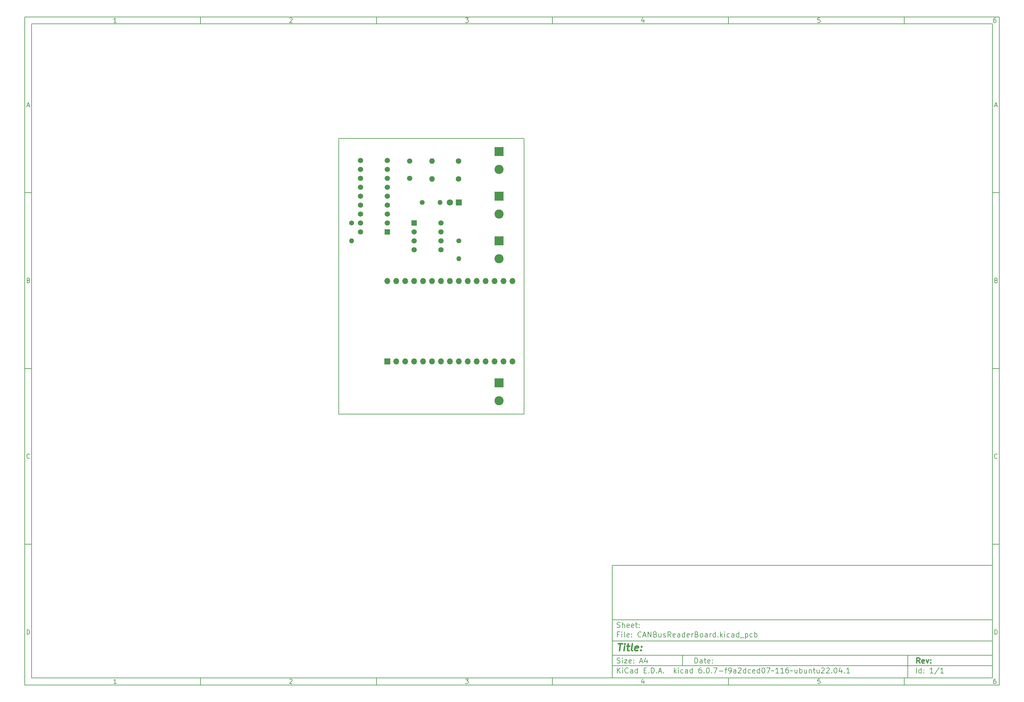
<source format=gbr>
%TF.GenerationSoftware,KiCad,Pcbnew,6.0.7-f9a2dced07~116~ubuntu22.04.1*%
%TF.CreationDate,2022-09-14T18:48:52-04:00*%
%TF.ProjectId,CANBusReaderBoard,43414e42-7573-4526-9561-646572426f61,rev?*%
%TF.SameCoordinates,Original*%
%TF.FileFunction,Soldermask,Top*%
%TF.FilePolarity,Negative*%
%FSLAX46Y46*%
G04 Gerber Fmt 4.6, Leading zero omitted, Abs format (unit mm)*
G04 Created by KiCad (PCBNEW 6.0.7-f9a2dced07~116~ubuntu22.04.1) date 2022-09-14 18:48:52*
%MOMM*%
%LPD*%
G01*
G04 APERTURE LIST*
%ADD10C,0.100000*%
%ADD11C,0.150000*%
%ADD12C,0.300000*%
%ADD13C,0.400000*%
%TA.AperFunction,Profile*%
%ADD14C,0.200000*%
%TD*%
%ADD15C,1.400000*%
%ADD16O,1.400000X1.400000*%
%ADD17R,1.800000X1.800000*%
%ADD18C,1.800000*%
%ADD19R,2.600000X2.600000*%
%ADD20C,2.600000*%
%ADD21R,1.498600X1.498600*%
%ADD22C,1.498600*%
%ADD23R,1.700000X1.700000*%
%ADD24O,1.700000X1.700000*%
%ADD25C,1.600000*%
%ADD26O,1.600000X1.600000*%
%ADD27C,1.500000*%
G04 APERTURE END LIST*
D10*
D11*
X177002200Y-166007200D02*
X177002200Y-198007200D01*
X285002200Y-198007200D01*
X285002200Y-166007200D01*
X177002200Y-166007200D01*
D10*
D11*
X10000000Y-10000000D02*
X10000000Y-200007200D01*
X287002200Y-200007200D01*
X287002200Y-10000000D01*
X10000000Y-10000000D01*
D10*
D11*
X12000000Y-12000000D02*
X12000000Y-198007200D01*
X285002200Y-198007200D01*
X285002200Y-12000000D01*
X12000000Y-12000000D01*
D10*
D11*
X60000000Y-12000000D02*
X60000000Y-10000000D01*
D10*
D11*
X110000000Y-12000000D02*
X110000000Y-10000000D01*
D10*
D11*
X160000000Y-12000000D02*
X160000000Y-10000000D01*
D10*
D11*
X210000000Y-12000000D02*
X210000000Y-10000000D01*
D10*
D11*
X260000000Y-12000000D02*
X260000000Y-10000000D01*
D10*
D11*
X36065476Y-11588095D02*
X35322619Y-11588095D01*
X35694047Y-11588095D02*
X35694047Y-10288095D01*
X35570238Y-10473809D01*
X35446428Y-10597619D01*
X35322619Y-10659523D01*
D10*
D11*
X85322619Y-10411904D02*
X85384523Y-10350000D01*
X85508333Y-10288095D01*
X85817857Y-10288095D01*
X85941666Y-10350000D01*
X86003571Y-10411904D01*
X86065476Y-10535714D01*
X86065476Y-10659523D01*
X86003571Y-10845238D01*
X85260714Y-11588095D01*
X86065476Y-11588095D01*
D10*
D11*
X135260714Y-10288095D02*
X136065476Y-10288095D01*
X135632142Y-10783333D01*
X135817857Y-10783333D01*
X135941666Y-10845238D01*
X136003571Y-10907142D01*
X136065476Y-11030952D01*
X136065476Y-11340476D01*
X136003571Y-11464285D01*
X135941666Y-11526190D01*
X135817857Y-11588095D01*
X135446428Y-11588095D01*
X135322619Y-11526190D01*
X135260714Y-11464285D01*
D10*
D11*
X185941666Y-10721428D02*
X185941666Y-11588095D01*
X185632142Y-10226190D02*
X185322619Y-11154761D01*
X186127380Y-11154761D01*
D10*
D11*
X236003571Y-10288095D02*
X235384523Y-10288095D01*
X235322619Y-10907142D01*
X235384523Y-10845238D01*
X235508333Y-10783333D01*
X235817857Y-10783333D01*
X235941666Y-10845238D01*
X236003571Y-10907142D01*
X236065476Y-11030952D01*
X236065476Y-11340476D01*
X236003571Y-11464285D01*
X235941666Y-11526190D01*
X235817857Y-11588095D01*
X235508333Y-11588095D01*
X235384523Y-11526190D01*
X235322619Y-11464285D01*
D10*
D11*
X285941666Y-10288095D02*
X285694047Y-10288095D01*
X285570238Y-10350000D01*
X285508333Y-10411904D01*
X285384523Y-10597619D01*
X285322619Y-10845238D01*
X285322619Y-11340476D01*
X285384523Y-11464285D01*
X285446428Y-11526190D01*
X285570238Y-11588095D01*
X285817857Y-11588095D01*
X285941666Y-11526190D01*
X286003571Y-11464285D01*
X286065476Y-11340476D01*
X286065476Y-11030952D01*
X286003571Y-10907142D01*
X285941666Y-10845238D01*
X285817857Y-10783333D01*
X285570238Y-10783333D01*
X285446428Y-10845238D01*
X285384523Y-10907142D01*
X285322619Y-11030952D01*
D10*
D11*
X60000000Y-198007200D02*
X60000000Y-200007200D01*
D10*
D11*
X110000000Y-198007200D02*
X110000000Y-200007200D01*
D10*
D11*
X160000000Y-198007200D02*
X160000000Y-200007200D01*
D10*
D11*
X210000000Y-198007200D02*
X210000000Y-200007200D01*
D10*
D11*
X260000000Y-198007200D02*
X260000000Y-200007200D01*
D10*
D11*
X36065476Y-199595295D02*
X35322619Y-199595295D01*
X35694047Y-199595295D02*
X35694047Y-198295295D01*
X35570238Y-198481009D01*
X35446428Y-198604819D01*
X35322619Y-198666723D01*
D10*
D11*
X85322619Y-198419104D02*
X85384523Y-198357200D01*
X85508333Y-198295295D01*
X85817857Y-198295295D01*
X85941666Y-198357200D01*
X86003571Y-198419104D01*
X86065476Y-198542914D01*
X86065476Y-198666723D01*
X86003571Y-198852438D01*
X85260714Y-199595295D01*
X86065476Y-199595295D01*
D10*
D11*
X135260714Y-198295295D02*
X136065476Y-198295295D01*
X135632142Y-198790533D01*
X135817857Y-198790533D01*
X135941666Y-198852438D01*
X136003571Y-198914342D01*
X136065476Y-199038152D01*
X136065476Y-199347676D01*
X136003571Y-199471485D01*
X135941666Y-199533390D01*
X135817857Y-199595295D01*
X135446428Y-199595295D01*
X135322619Y-199533390D01*
X135260714Y-199471485D01*
D10*
D11*
X185941666Y-198728628D02*
X185941666Y-199595295D01*
X185632142Y-198233390D02*
X185322619Y-199161961D01*
X186127380Y-199161961D01*
D10*
D11*
X236003571Y-198295295D02*
X235384523Y-198295295D01*
X235322619Y-198914342D01*
X235384523Y-198852438D01*
X235508333Y-198790533D01*
X235817857Y-198790533D01*
X235941666Y-198852438D01*
X236003571Y-198914342D01*
X236065476Y-199038152D01*
X236065476Y-199347676D01*
X236003571Y-199471485D01*
X235941666Y-199533390D01*
X235817857Y-199595295D01*
X235508333Y-199595295D01*
X235384523Y-199533390D01*
X235322619Y-199471485D01*
D10*
D11*
X285941666Y-198295295D02*
X285694047Y-198295295D01*
X285570238Y-198357200D01*
X285508333Y-198419104D01*
X285384523Y-198604819D01*
X285322619Y-198852438D01*
X285322619Y-199347676D01*
X285384523Y-199471485D01*
X285446428Y-199533390D01*
X285570238Y-199595295D01*
X285817857Y-199595295D01*
X285941666Y-199533390D01*
X286003571Y-199471485D01*
X286065476Y-199347676D01*
X286065476Y-199038152D01*
X286003571Y-198914342D01*
X285941666Y-198852438D01*
X285817857Y-198790533D01*
X285570238Y-198790533D01*
X285446428Y-198852438D01*
X285384523Y-198914342D01*
X285322619Y-199038152D01*
D10*
D11*
X10000000Y-60000000D02*
X12000000Y-60000000D01*
D10*
D11*
X10000000Y-110000000D02*
X12000000Y-110000000D01*
D10*
D11*
X10000000Y-160000000D02*
X12000000Y-160000000D01*
D10*
D11*
X10690476Y-35216666D02*
X11309523Y-35216666D01*
X10566666Y-35588095D02*
X11000000Y-34288095D01*
X11433333Y-35588095D01*
D10*
D11*
X11092857Y-84907142D02*
X11278571Y-84969047D01*
X11340476Y-85030952D01*
X11402380Y-85154761D01*
X11402380Y-85340476D01*
X11340476Y-85464285D01*
X11278571Y-85526190D01*
X11154761Y-85588095D01*
X10659523Y-85588095D01*
X10659523Y-84288095D01*
X11092857Y-84288095D01*
X11216666Y-84350000D01*
X11278571Y-84411904D01*
X11340476Y-84535714D01*
X11340476Y-84659523D01*
X11278571Y-84783333D01*
X11216666Y-84845238D01*
X11092857Y-84907142D01*
X10659523Y-84907142D01*
D10*
D11*
X11402380Y-135464285D02*
X11340476Y-135526190D01*
X11154761Y-135588095D01*
X11030952Y-135588095D01*
X10845238Y-135526190D01*
X10721428Y-135402380D01*
X10659523Y-135278571D01*
X10597619Y-135030952D01*
X10597619Y-134845238D01*
X10659523Y-134597619D01*
X10721428Y-134473809D01*
X10845238Y-134350000D01*
X11030952Y-134288095D01*
X11154761Y-134288095D01*
X11340476Y-134350000D01*
X11402380Y-134411904D01*
D10*
D11*
X10659523Y-185588095D02*
X10659523Y-184288095D01*
X10969047Y-184288095D01*
X11154761Y-184350000D01*
X11278571Y-184473809D01*
X11340476Y-184597619D01*
X11402380Y-184845238D01*
X11402380Y-185030952D01*
X11340476Y-185278571D01*
X11278571Y-185402380D01*
X11154761Y-185526190D01*
X10969047Y-185588095D01*
X10659523Y-185588095D01*
D10*
D11*
X287002200Y-60000000D02*
X285002200Y-60000000D01*
D10*
D11*
X287002200Y-110000000D02*
X285002200Y-110000000D01*
D10*
D11*
X287002200Y-160000000D02*
X285002200Y-160000000D01*
D10*
D11*
X285692676Y-35216666D02*
X286311723Y-35216666D01*
X285568866Y-35588095D02*
X286002200Y-34288095D01*
X286435533Y-35588095D01*
D10*
D11*
X286095057Y-84907142D02*
X286280771Y-84969047D01*
X286342676Y-85030952D01*
X286404580Y-85154761D01*
X286404580Y-85340476D01*
X286342676Y-85464285D01*
X286280771Y-85526190D01*
X286156961Y-85588095D01*
X285661723Y-85588095D01*
X285661723Y-84288095D01*
X286095057Y-84288095D01*
X286218866Y-84350000D01*
X286280771Y-84411904D01*
X286342676Y-84535714D01*
X286342676Y-84659523D01*
X286280771Y-84783333D01*
X286218866Y-84845238D01*
X286095057Y-84907142D01*
X285661723Y-84907142D01*
D10*
D11*
X286404580Y-135464285D02*
X286342676Y-135526190D01*
X286156961Y-135588095D01*
X286033152Y-135588095D01*
X285847438Y-135526190D01*
X285723628Y-135402380D01*
X285661723Y-135278571D01*
X285599819Y-135030952D01*
X285599819Y-134845238D01*
X285661723Y-134597619D01*
X285723628Y-134473809D01*
X285847438Y-134350000D01*
X286033152Y-134288095D01*
X286156961Y-134288095D01*
X286342676Y-134350000D01*
X286404580Y-134411904D01*
D10*
D11*
X285661723Y-185588095D02*
X285661723Y-184288095D01*
X285971247Y-184288095D01*
X286156961Y-184350000D01*
X286280771Y-184473809D01*
X286342676Y-184597619D01*
X286404580Y-184845238D01*
X286404580Y-185030952D01*
X286342676Y-185278571D01*
X286280771Y-185402380D01*
X286156961Y-185526190D01*
X285971247Y-185588095D01*
X285661723Y-185588095D01*
D10*
D11*
X200434342Y-193785771D02*
X200434342Y-192285771D01*
X200791485Y-192285771D01*
X201005771Y-192357200D01*
X201148628Y-192500057D01*
X201220057Y-192642914D01*
X201291485Y-192928628D01*
X201291485Y-193142914D01*
X201220057Y-193428628D01*
X201148628Y-193571485D01*
X201005771Y-193714342D01*
X200791485Y-193785771D01*
X200434342Y-193785771D01*
X202577200Y-193785771D02*
X202577200Y-193000057D01*
X202505771Y-192857200D01*
X202362914Y-192785771D01*
X202077200Y-192785771D01*
X201934342Y-192857200D01*
X202577200Y-193714342D02*
X202434342Y-193785771D01*
X202077200Y-193785771D01*
X201934342Y-193714342D01*
X201862914Y-193571485D01*
X201862914Y-193428628D01*
X201934342Y-193285771D01*
X202077200Y-193214342D01*
X202434342Y-193214342D01*
X202577200Y-193142914D01*
X203077200Y-192785771D02*
X203648628Y-192785771D01*
X203291485Y-192285771D02*
X203291485Y-193571485D01*
X203362914Y-193714342D01*
X203505771Y-193785771D01*
X203648628Y-193785771D01*
X204720057Y-193714342D02*
X204577200Y-193785771D01*
X204291485Y-193785771D01*
X204148628Y-193714342D01*
X204077200Y-193571485D01*
X204077200Y-193000057D01*
X204148628Y-192857200D01*
X204291485Y-192785771D01*
X204577200Y-192785771D01*
X204720057Y-192857200D01*
X204791485Y-193000057D01*
X204791485Y-193142914D01*
X204077200Y-193285771D01*
X205434342Y-193642914D02*
X205505771Y-193714342D01*
X205434342Y-193785771D01*
X205362914Y-193714342D01*
X205434342Y-193642914D01*
X205434342Y-193785771D01*
X205434342Y-192857200D02*
X205505771Y-192928628D01*
X205434342Y-193000057D01*
X205362914Y-192928628D01*
X205434342Y-192857200D01*
X205434342Y-193000057D01*
D10*
D11*
X177002200Y-194507200D02*
X285002200Y-194507200D01*
D10*
D11*
X178434342Y-196585771D02*
X178434342Y-195085771D01*
X179291485Y-196585771D02*
X178648628Y-195728628D01*
X179291485Y-195085771D02*
X178434342Y-195942914D01*
X179934342Y-196585771D02*
X179934342Y-195585771D01*
X179934342Y-195085771D02*
X179862914Y-195157200D01*
X179934342Y-195228628D01*
X180005771Y-195157200D01*
X179934342Y-195085771D01*
X179934342Y-195228628D01*
X181505771Y-196442914D02*
X181434342Y-196514342D01*
X181220057Y-196585771D01*
X181077200Y-196585771D01*
X180862914Y-196514342D01*
X180720057Y-196371485D01*
X180648628Y-196228628D01*
X180577200Y-195942914D01*
X180577200Y-195728628D01*
X180648628Y-195442914D01*
X180720057Y-195300057D01*
X180862914Y-195157200D01*
X181077200Y-195085771D01*
X181220057Y-195085771D01*
X181434342Y-195157200D01*
X181505771Y-195228628D01*
X182791485Y-196585771D02*
X182791485Y-195800057D01*
X182720057Y-195657200D01*
X182577200Y-195585771D01*
X182291485Y-195585771D01*
X182148628Y-195657200D01*
X182791485Y-196514342D02*
X182648628Y-196585771D01*
X182291485Y-196585771D01*
X182148628Y-196514342D01*
X182077200Y-196371485D01*
X182077200Y-196228628D01*
X182148628Y-196085771D01*
X182291485Y-196014342D01*
X182648628Y-196014342D01*
X182791485Y-195942914D01*
X184148628Y-196585771D02*
X184148628Y-195085771D01*
X184148628Y-196514342D02*
X184005771Y-196585771D01*
X183720057Y-196585771D01*
X183577200Y-196514342D01*
X183505771Y-196442914D01*
X183434342Y-196300057D01*
X183434342Y-195871485D01*
X183505771Y-195728628D01*
X183577200Y-195657200D01*
X183720057Y-195585771D01*
X184005771Y-195585771D01*
X184148628Y-195657200D01*
X186005771Y-195800057D02*
X186505771Y-195800057D01*
X186720057Y-196585771D02*
X186005771Y-196585771D01*
X186005771Y-195085771D01*
X186720057Y-195085771D01*
X187362914Y-196442914D02*
X187434342Y-196514342D01*
X187362914Y-196585771D01*
X187291485Y-196514342D01*
X187362914Y-196442914D01*
X187362914Y-196585771D01*
X188077200Y-196585771D02*
X188077200Y-195085771D01*
X188434342Y-195085771D01*
X188648628Y-195157200D01*
X188791485Y-195300057D01*
X188862914Y-195442914D01*
X188934342Y-195728628D01*
X188934342Y-195942914D01*
X188862914Y-196228628D01*
X188791485Y-196371485D01*
X188648628Y-196514342D01*
X188434342Y-196585771D01*
X188077200Y-196585771D01*
X189577200Y-196442914D02*
X189648628Y-196514342D01*
X189577200Y-196585771D01*
X189505771Y-196514342D01*
X189577200Y-196442914D01*
X189577200Y-196585771D01*
X190220057Y-196157200D02*
X190934342Y-196157200D01*
X190077200Y-196585771D02*
X190577200Y-195085771D01*
X191077200Y-196585771D01*
X191577200Y-196442914D02*
X191648628Y-196514342D01*
X191577200Y-196585771D01*
X191505771Y-196514342D01*
X191577200Y-196442914D01*
X191577200Y-196585771D01*
X194577200Y-196585771D02*
X194577200Y-195085771D01*
X194720057Y-196014342D02*
X195148628Y-196585771D01*
X195148628Y-195585771D02*
X194577200Y-196157200D01*
X195791485Y-196585771D02*
X195791485Y-195585771D01*
X195791485Y-195085771D02*
X195720057Y-195157200D01*
X195791485Y-195228628D01*
X195862914Y-195157200D01*
X195791485Y-195085771D01*
X195791485Y-195228628D01*
X197148628Y-196514342D02*
X197005771Y-196585771D01*
X196720057Y-196585771D01*
X196577200Y-196514342D01*
X196505771Y-196442914D01*
X196434342Y-196300057D01*
X196434342Y-195871485D01*
X196505771Y-195728628D01*
X196577200Y-195657200D01*
X196720057Y-195585771D01*
X197005771Y-195585771D01*
X197148628Y-195657200D01*
X198434342Y-196585771D02*
X198434342Y-195800057D01*
X198362914Y-195657200D01*
X198220057Y-195585771D01*
X197934342Y-195585771D01*
X197791485Y-195657200D01*
X198434342Y-196514342D02*
X198291485Y-196585771D01*
X197934342Y-196585771D01*
X197791485Y-196514342D01*
X197720057Y-196371485D01*
X197720057Y-196228628D01*
X197791485Y-196085771D01*
X197934342Y-196014342D01*
X198291485Y-196014342D01*
X198434342Y-195942914D01*
X199791485Y-196585771D02*
X199791485Y-195085771D01*
X199791485Y-196514342D02*
X199648628Y-196585771D01*
X199362914Y-196585771D01*
X199220057Y-196514342D01*
X199148628Y-196442914D01*
X199077200Y-196300057D01*
X199077200Y-195871485D01*
X199148628Y-195728628D01*
X199220057Y-195657200D01*
X199362914Y-195585771D01*
X199648628Y-195585771D01*
X199791485Y-195657200D01*
X202291485Y-195085771D02*
X202005771Y-195085771D01*
X201862914Y-195157200D01*
X201791485Y-195228628D01*
X201648628Y-195442914D01*
X201577200Y-195728628D01*
X201577200Y-196300057D01*
X201648628Y-196442914D01*
X201720057Y-196514342D01*
X201862914Y-196585771D01*
X202148628Y-196585771D01*
X202291485Y-196514342D01*
X202362914Y-196442914D01*
X202434342Y-196300057D01*
X202434342Y-195942914D01*
X202362914Y-195800057D01*
X202291485Y-195728628D01*
X202148628Y-195657200D01*
X201862914Y-195657200D01*
X201720057Y-195728628D01*
X201648628Y-195800057D01*
X201577200Y-195942914D01*
X203077200Y-196442914D02*
X203148628Y-196514342D01*
X203077200Y-196585771D01*
X203005771Y-196514342D01*
X203077200Y-196442914D01*
X203077200Y-196585771D01*
X204077200Y-195085771D02*
X204220057Y-195085771D01*
X204362914Y-195157200D01*
X204434342Y-195228628D01*
X204505771Y-195371485D01*
X204577200Y-195657200D01*
X204577200Y-196014342D01*
X204505771Y-196300057D01*
X204434342Y-196442914D01*
X204362914Y-196514342D01*
X204220057Y-196585771D01*
X204077200Y-196585771D01*
X203934342Y-196514342D01*
X203862914Y-196442914D01*
X203791485Y-196300057D01*
X203720057Y-196014342D01*
X203720057Y-195657200D01*
X203791485Y-195371485D01*
X203862914Y-195228628D01*
X203934342Y-195157200D01*
X204077200Y-195085771D01*
X205220057Y-196442914D02*
X205291485Y-196514342D01*
X205220057Y-196585771D01*
X205148628Y-196514342D01*
X205220057Y-196442914D01*
X205220057Y-196585771D01*
X205791485Y-195085771D02*
X206791485Y-195085771D01*
X206148628Y-196585771D01*
X207362914Y-196014342D02*
X208505771Y-196014342D01*
X209005771Y-195585771D02*
X209577200Y-195585771D01*
X209220057Y-196585771D02*
X209220057Y-195300057D01*
X209291485Y-195157200D01*
X209434342Y-195085771D01*
X209577200Y-195085771D01*
X210148628Y-196585771D02*
X210434342Y-196585771D01*
X210577200Y-196514342D01*
X210648628Y-196442914D01*
X210791485Y-196228628D01*
X210862914Y-195942914D01*
X210862914Y-195371485D01*
X210791485Y-195228628D01*
X210720057Y-195157200D01*
X210577200Y-195085771D01*
X210291485Y-195085771D01*
X210148628Y-195157200D01*
X210077200Y-195228628D01*
X210005771Y-195371485D01*
X210005771Y-195728628D01*
X210077200Y-195871485D01*
X210148628Y-195942914D01*
X210291485Y-196014342D01*
X210577200Y-196014342D01*
X210720057Y-195942914D01*
X210791485Y-195871485D01*
X210862914Y-195728628D01*
X212148628Y-196585771D02*
X212148628Y-195800057D01*
X212077200Y-195657200D01*
X211934342Y-195585771D01*
X211648628Y-195585771D01*
X211505771Y-195657200D01*
X212148628Y-196514342D02*
X212005771Y-196585771D01*
X211648628Y-196585771D01*
X211505771Y-196514342D01*
X211434342Y-196371485D01*
X211434342Y-196228628D01*
X211505771Y-196085771D01*
X211648628Y-196014342D01*
X212005771Y-196014342D01*
X212148628Y-195942914D01*
X212791485Y-195228628D02*
X212862914Y-195157200D01*
X213005771Y-195085771D01*
X213362914Y-195085771D01*
X213505771Y-195157200D01*
X213577200Y-195228628D01*
X213648628Y-195371485D01*
X213648628Y-195514342D01*
X213577200Y-195728628D01*
X212720057Y-196585771D01*
X213648628Y-196585771D01*
X214934342Y-196585771D02*
X214934342Y-195085771D01*
X214934342Y-196514342D02*
X214791485Y-196585771D01*
X214505771Y-196585771D01*
X214362914Y-196514342D01*
X214291485Y-196442914D01*
X214220057Y-196300057D01*
X214220057Y-195871485D01*
X214291485Y-195728628D01*
X214362914Y-195657200D01*
X214505771Y-195585771D01*
X214791485Y-195585771D01*
X214934342Y-195657200D01*
X216291485Y-196514342D02*
X216148628Y-196585771D01*
X215862914Y-196585771D01*
X215720057Y-196514342D01*
X215648628Y-196442914D01*
X215577200Y-196300057D01*
X215577200Y-195871485D01*
X215648628Y-195728628D01*
X215720057Y-195657200D01*
X215862914Y-195585771D01*
X216148628Y-195585771D01*
X216291485Y-195657200D01*
X217505771Y-196514342D02*
X217362914Y-196585771D01*
X217077200Y-196585771D01*
X216934342Y-196514342D01*
X216862914Y-196371485D01*
X216862914Y-195800057D01*
X216934342Y-195657200D01*
X217077200Y-195585771D01*
X217362914Y-195585771D01*
X217505771Y-195657200D01*
X217577200Y-195800057D01*
X217577200Y-195942914D01*
X216862914Y-196085771D01*
X218862914Y-196585771D02*
X218862914Y-195085771D01*
X218862914Y-196514342D02*
X218720057Y-196585771D01*
X218434342Y-196585771D01*
X218291485Y-196514342D01*
X218220057Y-196442914D01*
X218148628Y-196300057D01*
X218148628Y-195871485D01*
X218220057Y-195728628D01*
X218291485Y-195657200D01*
X218434342Y-195585771D01*
X218720057Y-195585771D01*
X218862914Y-195657200D01*
X219862914Y-195085771D02*
X220005771Y-195085771D01*
X220148628Y-195157200D01*
X220220057Y-195228628D01*
X220291485Y-195371485D01*
X220362914Y-195657200D01*
X220362914Y-196014342D01*
X220291485Y-196300057D01*
X220220057Y-196442914D01*
X220148628Y-196514342D01*
X220005771Y-196585771D01*
X219862914Y-196585771D01*
X219720057Y-196514342D01*
X219648628Y-196442914D01*
X219577200Y-196300057D01*
X219505771Y-196014342D01*
X219505771Y-195657200D01*
X219577200Y-195371485D01*
X219648628Y-195228628D01*
X219720057Y-195157200D01*
X219862914Y-195085771D01*
X220862914Y-195085771D02*
X221862914Y-195085771D01*
X221220057Y-196585771D01*
X222220057Y-196014342D02*
X222291485Y-195942914D01*
X222434342Y-195871485D01*
X222720057Y-196014342D01*
X222862914Y-195942914D01*
X222934342Y-195871485D01*
X224291485Y-196585771D02*
X223434342Y-196585771D01*
X223862914Y-196585771D02*
X223862914Y-195085771D01*
X223720057Y-195300057D01*
X223577200Y-195442914D01*
X223434342Y-195514342D01*
X225720057Y-196585771D02*
X224862914Y-196585771D01*
X225291485Y-196585771D02*
X225291485Y-195085771D01*
X225148628Y-195300057D01*
X225005771Y-195442914D01*
X224862914Y-195514342D01*
X227005771Y-195085771D02*
X226720057Y-195085771D01*
X226577200Y-195157200D01*
X226505771Y-195228628D01*
X226362914Y-195442914D01*
X226291485Y-195728628D01*
X226291485Y-196300057D01*
X226362914Y-196442914D01*
X226434342Y-196514342D01*
X226577200Y-196585771D01*
X226862914Y-196585771D01*
X227005771Y-196514342D01*
X227077200Y-196442914D01*
X227148628Y-196300057D01*
X227148628Y-195942914D01*
X227077200Y-195800057D01*
X227005771Y-195728628D01*
X226862914Y-195657200D01*
X226577200Y-195657200D01*
X226434342Y-195728628D01*
X226362914Y-195800057D01*
X226291485Y-195942914D01*
X227577199Y-196014342D02*
X227648628Y-195942914D01*
X227791485Y-195871485D01*
X228077199Y-196014342D01*
X228220057Y-195942914D01*
X228291485Y-195871485D01*
X229505771Y-195585771D02*
X229505771Y-196585771D01*
X228862914Y-195585771D02*
X228862914Y-196371485D01*
X228934342Y-196514342D01*
X229077200Y-196585771D01*
X229291485Y-196585771D01*
X229434342Y-196514342D01*
X229505771Y-196442914D01*
X230220057Y-196585771D02*
X230220057Y-195085771D01*
X230220057Y-195657200D02*
X230362914Y-195585771D01*
X230648628Y-195585771D01*
X230791485Y-195657200D01*
X230862914Y-195728628D01*
X230934342Y-195871485D01*
X230934342Y-196300057D01*
X230862914Y-196442914D01*
X230791485Y-196514342D01*
X230648628Y-196585771D01*
X230362914Y-196585771D01*
X230220057Y-196514342D01*
X232220057Y-195585771D02*
X232220057Y-196585771D01*
X231577200Y-195585771D02*
X231577200Y-196371485D01*
X231648628Y-196514342D01*
X231791485Y-196585771D01*
X232005771Y-196585771D01*
X232148628Y-196514342D01*
X232220057Y-196442914D01*
X232934342Y-195585771D02*
X232934342Y-196585771D01*
X232934342Y-195728628D02*
X233005771Y-195657200D01*
X233148628Y-195585771D01*
X233362914Y-195585771D01*
X233505771Y-195657200D01*
X233577200Y-195800057D01*
X233577200Y-196585771D01*
X234077200Y-195585771D02*
X234648628Y-195585771D01*
X234291485Y-195085771D02*
X234291485Y-196371485D01*
X234362914Y-196514342D01*
X234505771Y-196585771D01*
X234648628Y-196585771D01*
X235791485Y-195585771D02*
X235791485Y-196585771D01*
X235148628Y-195585771D02*
X235148628Y-196371485D01*
X235220057Y-196514342D01*
X235362914Y-196585771D01*
X235577200Y-196585771D01*
X235720057Y-196514342D01*
X235791485Y-196442914D01*
X236434342Y-195228628D02*
X236505771Y-195157200D01*
X236648628Y-195085771D01*
X237005771Y-195085771D01*
X237148628Y-195157200D01*
X237220057Y-195228628D01*
X237291485Y-195371485D01*
X237291485Y-195514342D01*
X237220057Y-195728628D01*
X236362914Y-196585771D01*
X237291485Y-196585771D01*
X237862914Y-195228628D02*
X237934342Y-195157200D01*
X238077200Y-195085771D01*
X238434342Y-195085771D01*
X238577200Y-195157200D01*
X238648628Y-195228628D01*
X238720057Y-195371485D01*
X238720057Y-195514342D01*
X238648628Y-195728628D01*
X237791485Y-196585771D01*
X238720057Y-196585771D01*
X239362914Y-196442914D02*
X239434342Y-196514342D01*
X239362914Y-196585771D01*
X239291485Y-196514342D01*
X239362914Y-196442914D01*
X239362914Y-196585771D01*
X240362914Y-195085771D02*
X240505771Y-195085771D01*
X240648628Y-195157200D01*
X240720057Y-195228628D01*
X240791485Y-195371485D01*
X240862914Y-195657200D01*
X240862914Y-196014342D01*
X240791485Y-196300057D01*
X240720057Y-196442914D01*
X240648628Y-196514342D01*
X240505771Y-196585771D01*
X240362914Y-196585771D01*
X240220057Y-196514342D01*
X240148628Y-196442914D01*
X240077200Y-196300057D01*
X240005771Y-196014342D01*
X240005771Y-195657200D01*
X240077200Y-195371485D01*
X240148628Y-195228628D01*
X240220057Y-195157200D01*
X240362914Y-195085771D01*
X242148628Y-195585771D02*
X242148628Y-196585771D01*
X241791485Y-195014342D02*
X241434342Y-196085771D01*
X242362914Y-196085771D01*
X242934342Y-196442914D02*
X243005771Y-196514342D01*
X242934342Y-196585771D01*
X242862914Y-196514342D01*
X242934342Y-196442914D01*
X242934342Y-196585771D01*
X244434342Y-196585771D02*
X243577199Y-196585771D01*
X244005771Y-196585771D02*
X244005771Y-195085771D01*
X243862914Y-195300057D01*
X243720057Y-195442914D01*
X243577199Y-195514342D01*
D10*
D11*
X177002200Y-191507200D02*
X285002200Y-191507200D01*
D10*
D12*
X264411485Y-193785771D02*
X263911485Y-193071485D01*
X263554342Y-193785771D02*
X263554342Y-192285771D01*
X264125771Y-192285771D01*
X264268628Y-192357200D01*
X264340057Y-192428628D01*
X264411485Y-192571485D01*
X264411485Y-192785771D01*
X264340057Y-192928628D01*
X264268628Y-193000057D01*
X264125771Y-193071485D01*
X263554342Y-193071485D01*
X265625771Y-193714342D02*
X265482914Y-193785771D01*
X265197200Y-193785771D01*
X265054342Y-193714342D01*
X264982914Y-193571485D01*
X264982914Y-193000057D01*
X265054342Y-192857200D01*
X265197200Y-192785771D01*
X265482914Y-192785771D01*
X265625771Y-192857200D01*
X265697200Y-193000057D01*
X265697200Y-193142914D01*
X264982914Y-193285771D01*
X266197200Y-192785771D02*
X266554342Y-193785771D01*
X266911485Y-192785771D01*
X267482914Y-193642914D02*
X267554342Y-193714342D01*
X267482914Y-193785771D01*
X267411485Y-193714342D01*
X267482914Y-193642914D01*
X267482914Y-193785771D01*
X267482914Y-192857200D02*
X267554342Y-192928628D01*
X267482914Y-193000057D01*
X267411485Y-192928628D01*
X267482914Y-192857200D01*
X267482914Y-193000057D01*
D10*
D11*
X178362914Y-193714342D02*
X178577200Y-193785771D01*
X178934342Y-193785771D01*
X179077200Y-193714342D01*
X179148628Y-193642914D01*
X179220057Y-193500057D01*
X179220057Y-193357200D01*
X179148628Y-193214342D01*
X179077200Y-193142914D01*
X178934342Y-193071485D01*
X178648628Y-193000057D01*
X178505771Y-192928628D01*
X178434342Y-192857200D01*
X178362914Y-192714342D01*
X178362914Y-192571485D01*
X178434342Y-192428628D01*
X178505771Y-192357200D01*
X178648628Y-192285771D01*
X179005771Y-192285771D01*
X179220057Y-192357200D01*
X179862914Y-193785771D02*
X179862914Y-192785771D01*
X179862914Y-192285771D02*
X179791485Y-192357200D01*
X179862914Y-192428628D01*
X179934342Y-192357200D01*
X179862914Y-192285771D01*
X179862914Y-192428628D01*
X180434342Y-192785771D02*
X181220057Y-192785771D01*
X180434342Y-193785771D01*
X181220057Y-193785771D01*
X182362914Y-193714342D02*
X182220057Y-193785771D01*
X181934342Y-193785771D01*
X181791485Y-193714342D01*
X181720057Y-193571485D01*
X181720057Y-193000057D01*
X181791485Y-192857200D01*
X181934342Y-192785771D01*
X182220057Y-192785771D01*
X182362914Y-192857200D01*
X182434342Y-193000057D01*
X182434342Y-193142914D01*
X181720057Y-193285771D01*
X183077200Y-193642914D02*
X183148628Y-193714342D01*
X183077200Y-193785771D01*
X183005771Y-193714342D01*
X183077200Y-193642914D01*
X183077200Y-193785771D01*
X183077200Y-192857200D02*
X183148628Y-192928628D01*
X183077200Y-193000057D01*
X183005771Y-192928628D01*
X183077200Y-192857200D01*
X183077200Y-193000057D01*
X184862914Y-193357200D02*
X185577200Y-193357200D01*
X184720057Y-193785771D02*
X185220057Y-192285771D01*
X185720057Y-193785771D01*
X186862914Y-192785771D02*
X186862914Y-193785771D01*
X186505771Y-192214342D02*
X186148628Y-193285771D01*
X187077200Y-193285771D01*
D10*
D11*
X263434342Y-196585771D02*
X263434342Y-195085771D01*
X264791485Y-196585771D02*
X264791485Y-195085771D01*
X264791485Y-196514342D02*
X264648628Y-196585771D01*
X264362914Y-196585771D01*
X264220057Y-196514342D01*
X264148628Y-196442914D01*
X264077200Y-196300057D01*
X264077200Y-195871485D01*
X264148628Y-195728628D01*
X264220057Y-195657200D01*
X264362914Y-195585771D01*
X264648628Y-195585771D01*
X264791485Y-195657200D01*
X265505771Y-196442914D02*
X265577200Y-196514342D01*
X265505771Y-196585771D01*
X265434342Y-196514342D01*
X265505771Y-196442914D01*
X265505771Y-196585771D01*
X265505771Y-195657200D02*
X265577200Y-195728628D01*
X265505771Y-195800057D01*
X265434342Y-195728628D01*
X265505771Y-195657200D01*
X265505771Y-195800057D01*
X268148628Y-196585771D02*
X267291485Y-196585771D01*
X267720057Y-196585771D02*
X267720057Y-195085771D01*
X267577200Y-195300057D01*
X267434342Y-195442914D01*
X267291485Y-195514342D01*
X269862914Y-195014342D02*
X268577200Y-196942914D01*
X271148628Y-196585771D02*
X270291485Y-196585771D01*
X270720057Y-196585771D02*
X270720057Y-195085771D01*
X270577200Y-195300057D01*
X270434342Y-195442914D01*
X270291485Y-195514342D01*
D10*
D11*
X177002200Y-187507200D02*
X285002200Y-187507200D01*
D10*
D13*
X178714580Y-188211961D02*
X179857438Y-188211961D01*
X179036009Y-190211961D02*
X179286009Y-188211961D01*
X180274104Y-190211961D02*
X180440771Y-188878628D01*
X180524104Y-188211961D02*
X180416961Y-188307200D01*
X180500295Y-188402438D01*
X180607438Y-188307200D01*
X180524104Y-188211961D01*
X180500295Y-188402438D01*
X181107438Y-188878628D02*
X181869342Y-188878628D01*
X181476485Y-188211961D02*
X181262200Y-189926247D01*
X181333628Y-190116723D01*
X181512200Y-190211961D01*
X181702676Y-190211961D01*
X182655057Y-190211961D02*
X182476485Y-190116723D01*
X182405057Y-189926247D01*
X182619342Y-188211961D01*
X184190771Y-190116723D02*
X183988390Y-190211961D01*
X183607438Y-190211961D01*
X183428866Y-190116723D01*
X183357438Y-189926247D01*
X183452676Y-189164342D01*
X183571723Y-188973866D01*
X183774104Y-188878628D01*
X184155057Y-188878628D01*
X184333628Y-188973866D01*
X184405057Y-189164342D01*
X184381247Y-189354819D01*
X183405057Y-189545295D01*
X185155057Y-190021485D02*
X185238390Y-190116723D01*
X185131247Y-190211961D01*
X185047914Y-190116723D01*
X185155057Y-190021485D01*
X185131247Y-190211961D01*
X185286009Y-188973866D02*
X185369342Y-189069104D01*
X185262200Y-189164342D01*
X185178866Y-189069104D01*
X185286009Y-188973866D01*
X185262200Y-189164342D01*
D10*
D11*
X178934342Y-185600057D02*
X178434342Y-185600057D01*
X178434342Y-186385771D02*
X178434342Y-184885771D01*
X179148628Y-184885771D01*
X179720057Y-186385771D02*
X179720057Y-185385771D01*
X179720057Y-184885771D02*
X179648628Y-184957200D01*
X179720057Y-185028628D01*
X179791485Y-184957200D01*
X179720057Y-184885771D01*
X179720057Y-185028628D01*
X180648628Y-186385771D02*
X180505771Y-186314342D01*
X180434342Y-186171485D01*
X180434342Y-184885771D01*
X181791485Y-186314342D02*
X181648628Y-186385771D01*
X181362914Y-186385771D01*
X181220057Y-186314342D01*
X181148628Y-186171485D01*
X181148628Y-185600057D01*
X181220057Y-185457200D01*
X181362914Y-185385771D01*
X181648628Y-185385771D01*
X181791485Y-185457200D01*
X181862914Y-185600057D01*
X181862914Y-185742914D01*
X181148628Y-185885771D01*
X182505771Y-186242914D02*
X182577200Y-186314342D01*
X182505771Y-186385771D01*
X182434342Y-186314342D01*
X182505771Y-186242914D01*
X182505771Y-186385771D01*
X182505771Y-185457200D02*
X182577200Y-185528628D01*
X182505771Y-185600057D01*
X182434342Y-185528628D01*
X182505771Y-185457200D01*
X182505771Y-185600057D01*
X185220057Y-186242914D02*
X185148628Y-186314342D01*
X184934342Y-186385771D01*
X184791485Y-186385771D01*
X184577200Y-186314342D01*
X184434342Y-186171485D01*
X184362914Y-186028628D01*
X184291485Y-185742914D01*
X184291485Y-185528628D01*
X184362914Y-185242914D01*
X184434342Y-185100057D01*
X184577200Y-184957200D01*
X184791485Y-184885771D01*
X184934342Y-184885771D01*
X185148628Y-184957200D01*
X185220057Y-185028628D01*
X185791485Y-185957200D02*
X186505771Y-185957200D01*
X185648628Y-186385771D02*
X186148628Y-184885771D01*
X186648628Y-186385771D01*
X187148628Y-186385771D02*
X187148628Y-184885771D01*
X188005771Y-186385771D01*
X188005771Y-184885771D01*
X189220057Y-185600057D02*
X189434342Y-185671485D01*
X189505771Y-185742914D01*
X189577200Y-185885771D01*
X189577200Y-186100057D01*
X189505771Y-186242914D01*
X189434342Y-186314342D01*
X189291485Y-186385771D01*
X188720057Y-186385771D01*
X188720057Y-184885771D01*
X189220057Y-184885771D01*
X189362914Y-184957200D01*
X189434342Y-185028628D01*
X189505771Y-185171485D01*
X189505771Y-185314342D01*
X189434342Y-185457200D01*
X189362914Y-185528628D01*
X189220057Y-185600057D01*
X188720057Y-185600057D01*
X190862914Y-185385771D02*
X190862914Y-186385771D01*
X190220057Y-185385771D02*
X190220057Y-186171485D01*
X190291485Y-186314342D01*
X190434342Y-186385771D01*
X190648628Y-186385771D01*
X190791485Y-186314342D01*
X190862914Y-186242914D01*
X191505771Y-186314342D02*
X191648628Y-186385771D01*
X191934342Y-186385771D01*
X192077200Y-186314342D01*
X192148628Y-186171485D01*
X192148628Y-186100057D01*
X192077200Y-185957200D01*
X191934342Y-185885771D01*
X191720057Y-185885771D01*
X191577200Y-185814342D01*
X191505771Y-185671485D01*
X191505771Y-185600057D01*
X191577200Y-185457200D01*
X191720057Y-185385771D01*
X191934342Y-185385771D01*
X192077200Y-185457200D01*
X193648628Y-186385771D02*
X193148628Y-185671485D01*
X192791485Y-186385771D02*
X192791485Y-184885771D01*
X193362914Y-184885771D01*
X193505771Y-184957200D01*
X193577200Y-185028628D01*
X193648628Y-185171485D01*
X193648628Y-185385771D01*
X193577200Y-185528628D01*
X193505771Y-185600057D01*
X193362914Y-185671485D01*
X192791485Y-185671485D01*
X194862914Y-186314342D02*
X194720057Y-186385771D01*
X194434342Y-186385771D01*
X194291485Y-186314342D01*
X194220057Y-186171485D01*
X194220057Y-185600057D01*
X194291485Y-185457200D01*
X194434342Y-185385771D01*
X194720057Y-185385771D01*
X194862914Y-185457200D01*
X194934342Y-185600057D01*
X194934342Y-185742914D01*
X194220057Y-185885771D01*
X196220057Y-186385771D02*
X196220057Y-185600057D01*
X196148628Y-185457200D01*
X196005771Y-185385771D01*
X195720057Y-185385771D01*
X195577200Y-185457200D01*
X196220057Y-186314342D02*
X196077200Y-186385771D01*
X195720057Y-186385771D01*
X195577200Y-186314342D01*
X195505771Y-186171485D01*
X195505771Y-186028628D01*
X195577200Y-185885771D01*
X195720057Y-185814342D01*
X196077200Y-185814342D01*
X196220057Y-185742914D01*
X197577200Y-186385771D02*
X197577200Y-184885771D01*
X197577200Y-186314342D02*
X197434342Y-186385771D01*
X197148628Y-186385771D01*
X197005771Y-186314342D01*
X196934342Y-186242914D01*
X196862914Y-186100057D01*
X196862914Y-185671485D01*
X196934342Y-185528628D01*
X197005771Y-185457200D01*
X197148628Y-185385771D01*
X197434342Y-185385771D01*
X197577200Y-185457200D01*
X198862914Y-186314342D02*
X198720057Y-186385771D01*
X198434342Y-186385771D01*
X198291485Y-186314342D01*
X198220057Y-186171485D01*
X198220057Y-185600057D01*
X198291485Y-185457200D01*
X198434342Y-185385771D01*
X198720057Y-185385771D01*
X198862914Y-185457200D01*
X198934342Y-185600057D01*
X198934342Y-185742914D01*
X198220057Y-185885771D01*
X199577200Y-186385771D02*
X199577200Y-185385771D01*
X199577200Y-185671485D02*
X199648628Y-185528628D01*
X199720057Y-185457200D01*
X199862914Y-185385771D01*
X200005771Y-185385771D01*
X201005771Y-185600057D02*
X201220057Y-185671485D01*
X201291485Y-185742914D01*
X201362914Y-185885771D01*
X201362914Y-186100057D01*
X201291485Y-186242914D01*
X201220057Y-186314342D01*
X201077200Y-186385771D01*
X200505771Y-186385771D01*
X200505771Y-184885771D01*
X201005771Y-184885771D01*
X201148628Y-184957200D01*
X201220057Y-185028628D01*
X201291485Y-185171485D01*
X201291485Y-185314342D01*
X201220057Y-185457200D01*
X201148628Y-185528628D01*
X201005771Y-185600057D01*
X200505771Y-185600057D01*
X202220057Y-186385771D02*
X202077200Y-186314342D01*
X202005771Y-186242914D01*
X201934342Y-186100057D01*
X201934342Y-185671485D01*
X202005771Y-185528628D01*
X202077200Y-185457200D01*
X202220057Y-185385771D01*
X202434342Y-185385771D01*
X202577200Y-185457200D01*
X202648628Y-185528628D01*
X202720057Y-185671485D01*
X202720057Y-186100057D01*
X202648628Y-186242914D01*
X202577200Y-186314342D01*
X202434342Y-186385771D01*
X202220057Y-186385771D01*
X204005771Y-186385771D02*
X204005771Y-185600057D01*
X203934342Y-185457200D01*
X203791485Y-185385771D01*
X203505771Y-185385771D01*
X203362914Y-185457200D01*
X204005771Y-186314342D02*
X203862914Y-186385771D01*
X203505771Y-186385771D01*
X203362914Y-186314342D01*
X203291485Y-186171485D01*
X203291485Y-186028628D01*
X203362914Y-185885771D01*
X203505771Y-185814342D01*
X203862914Y-185814342D01*
X204005771Y-185742914D01*
X204720057Y-186385771D02*
X204720057Y-185385771D01*
X204720057Y-185671485D02*
X204791485Y-185528628D01*
X204862914Y-185457200D01*
X205005771Y-185385771D01*
X205148628Y-185385771D01*
X206291485Y-186385771D02*
X206291485Y-184885771D01*
X206291485Y-186314342D02*
X206148628Y-186385771D01*
X205862914Y-186385771D01*
X205720057Y-186314342D01*
X205648628Y-186242914D01*
X205577200Y-186100057D01*
X205577200Y-185671485D01*
X205648628Y-185528628D01*
X205720057Y-185457200D01*
X205862914Y-185385771D01*
X206148628Y-185385771D01*
X206291485Y-185457200D01*
X207005771Y-186242914D02*
X207077200Y-186314342D01*
X207005771Y-186385771D01*
X206934342Y-186314342D01*
X207005771Y-186242914D01*
X207005771Y-186385771D01*
X207720057Y-186385771D02*
X207720057Y-184885771D01*
X207862914Y-185814342D02*
X208291485Y-186385771D01*
X208291485Y-185385771D02*
X207720057Y-185957200D01*
X208934342Y-186385771D02*
X208934342Y-185385771D01*
X208934342Y-184885771D02*
X208862914Y-184957200D01*
X208934342Y-185028628D01*
X209005771Y-184957200D01*
X208934342Y-184885771D01*
X208934342Y-185028628D01*
X210291485Y-186314342D02*
X210148628Y-186385771D01*
X209862914Y-186385771D01*
X209720057Y-186314342D01*
X209648628Y-186242914D01*
X209577200Y-186100057D01*
X209577200Y-185671485D01*
X209648628Y-185528628D01*
X209720057Y-185457200D01*
X209862914Y-185385771D01*
X210148628Y-185385771D01*
X210291485Y-185457200D01*
X211577200Y-186385771D02*
X211577200Y-185600057D01*
X211505771Y-185457200D01*
X211362914Y-185385771D01*
X211077200Y-185385771D01*
X210934342Y-185457200D01*
X211577200Y-186314342D02*
X211434342Y-186385771D01*
X211077200Y-186385771D01*
X210934342Y-186314342D01*
X210862914Y-186171485D01*
X210862914Y-186028628D01*
X210934342Y-185885771D01*
X211077200Y-185814342D01*
X211434342Y-185814342D01*
X211577200Y-185742914D01*
X212934342Y-186385771D02*
X212934342Y-184885771D01*
X212934342Y-186314342D02*
X212791485Y-186385771D01*
X212505771Y-186385771D01*
X212362914Y-186314342D01*
X212291485Y-186242914D01*
X212220057Y-186100057D01*
X212220057Y-185671485D01*
X212291485Y-185528628D01*
X212362914Y-185457200D01*
X212505771Y-185385771D01*
X212791485Y-185385771D01*
X212934342Y-185457200D01*
X213291485Y-186528628D02*
X214434342Y-186528628D01*
X214791485Y-185385771D02*
X214791485Y-186885771D01*
X214791485Y-185457200D02*
X214934342Y-185385771D01*
X215220057Y-185385771D01*
X215362914Y-185457200D01*
X215434342Y-185528628D01*
X215505771Y-185671485D01*
X215505771Y-186100057D01*
X215434342Y-186242914D01*
X215362914Y-186314342D01*
X215220057Y-186385771D01*
X214934342Y-186385771D01*
X214791485Y-186314342D01*
X216791485Y-186314342D02*
X216648628Y-186385771D01*
X216362914Y-186385771D01*
X216220057Y-186314342D01*
X216148628Y-186242914D01*
X216077200Y-186100057D01*
X216077200Y-185671485D01*
X216148628Y-185528628D01*
X216220057Y-185457200D01*
X216362914Y-185385771D01*
X216648628Y-185385771D01*
X216791485Y-185457200D01*
X217434342Y-186385771D02*
X217434342Y-184885771D01*
X217434342Y-185457200D02*
X217577200Y-185385771D01*
X217862914Y-185385771D01*
X218005771Y-185457200D01*
X218077200Y-185528628D01*
X218148628Y-185671485D01*
X218148628Y-186100057D01*
X218077200Y-186242914D01*
X218005771Y-186314342D01*
X217862914Y-186385771D01*
X217577200Y-186385771D01*
X217434342Y-186314342D01*
D10*
D11*
X177002200Y-181507200D02*
X285002200Y-181507200D01*
D10*
D11*
X178362914Y-183614342D02*
X178577200Y-183685771D01*
X178934342Y-183685771D01*
X179077200Y-183614342D01*
X179148628Y-183542914D01*
X179220057Y-183400057D01*
X179220057Y-183257200D01*
X179148628Y-183114342D01*
X179077200Y-183042914D01*
X178934342Y-182971485D01*
X178648628Y-182900057D01*
X178505771Y-182828628D01*
X178434342Y-182757200D01*
X178362914Y-182614342D01*
X178362914Y-182471485D01*
X178434342Y-182328628D01*
X178505771Y-182257200D01*
X178648628Y-182185771D01*
X179005771Y-182185771D01*
X179220057Y-182257200D01*
X179862914Y-183685771D02*
X179862914Y-182185771D01*
X180505771Y-183685771D02*
X180505771Y-182900057D01*
X180434342Y-182757200D01*
X180291485Y-182685771D01*
X180077200Y-182685771D01*
X179934342Y-182757200D01*
X179862914Y-182828628D01*
X181791485Y-183614342D02*
X181648628Y-183685771D01*
X181362914Y-183685771D01*
X181220057Y-183614342D01*
X181148628Y-183471485D01*
X181148628Y-182900057D01*
X181220057Y-182757200D01*
X181362914Y-182685771D01*
X181648628Y-182685771D01*
X181791485Y-182757200D01*
X181862914Y-182900057D01*
X181862914Y-183042914D01*
X181148628Y-183185771D01*
X183077200Y-183614342D02*
X182934342Y-183685771D01*
X182648628Y-183685771D01*
X182505771Y-183614342D01*
X182434342Y-183471485D01*
X182434342Y-182900057D01*
X182505771Y-182757200D01*
X182648628Y-182685771D01*
X182934342Y-182685771D01*
X183077200Y-182757200D01*
X183148628Y-182900057D01*
X183148628Y-183042914D01*
X182434342Y-183185771D01*
X183577200Y-182685771D02*
X184148628Y-182685771D01*
X183791485Y-182185771D02*
X183791485Y-183471485D01*
X183862914Y-183614342D01*
X184005771Y-183685771D01*
X184148628Y-183685771D01*
X184648628Y-183542914D02*
X184720057Y-183614342D01*
X184648628Y-183685771D01*
X184577200Y-183614342D01*
X184648628Y-183542914D01*
X184648628Y-183685771D01*
X184648628Y-182757200D02*
X184720057Y-182828628D01*
X184648628Y-182900057D01*
X184577200Y-182828628D01*
X184648628Y-182757200D01*
X184648628Y-182900057D01*
D10*
D12*
D10*
D11*
D10*
D11*
D10*
D11*
D10*
D11*
D10*
D11*
X197002200Y-191507200D02*
X197002200Y-194507200D01*
D10*
D11*
X261002200Y-191507200D02*
X261002200Y-198007200D01*
D14*
X151892000Y-122936000D02*
X99270000Y-122936000D01*
X99270000Y-122936000D02*
X99270000Y-44530000D01*
X99270000Y-44530000D02*
X151892000Y-44530000D01*
X151892000Y-44530000D02*
X151892000Y-122936000D01*
X151892000Y-122936000D02*
X99270000Y-122936000D01*
X99270000Y-122936000D02*
X99270000Y-44530000D01*
X99270000Y-44530000D02*
X151892000Y-44530000D01*
X151892000Y-44530000D02*
X151892000Y-122936000D01*
D15*
%TO.C,R3*%
X122936000Y-62738000D03*
D16*
X128016000Y-62738000D03*
%TD*%
D17*
%TO.C,D1*%
X133350000Y-62738000D03*
D18*
X130810000Y-62738000D03*
%TD*%
D19*
%TO.C,J3*%
X144780000Y-60960000D03*
D20*
X144780000Y-66040000D03*
%TD*%
D21*
%TO.C,CONTROLLER_1*%
X113030000Y-71120000D03*
D22*
X113030000Y-68580000D03*
X113030000Y-66040000D03*
X113030000Y-63500000D03*
X113030000Y-60960000D03*
X113030000Y-58420000D03*
X113030000Y-55880000D03*
X113030000Y-53340000D03*
X113030000Y-50800000D03*
X105410000Y-50800000D03*
X105410000Y-53340000D03*
X105410000Y-55880000D03*
X105410000Y-58420000D03*
X105410000Y-60960000D03*
X105410000Y-63500000D03*
X105410000Y-66040000D03*
X105410000Y-68580000D03*
X105410000Y-71120000D03*
%TD*%
D23*
%TO.C,MICROPROCESSOR_1*%
X113030000Y-107950000D03*
D24*
X115570000Y-107950000D03*
X118110000Y-107950000D03*
X120650000Y-107950000D03*
X123190000Y-107950000D03*
X125730000Y-107950000D03*
X128270000Y-107950000D03*
X130810000Y-107950000D03*
X133350000Y-107950000D03*
X135890000Y-107950000D03*
X138430000Y-107950000D03*
X140970000Y-107950000D03*
X143510000Y-107950000D03*
X146050000Y-107950000D03*
X148590000Y-107950000D03*
X113030000Y-85090000D03*
X115570000Y-85090000D03*
X118110000Y-85090000D03*
X120650000Y-85090000D03*
X123190000Y-85090000D03*
X125730000Y-85090000D03*
X128270000Y-85090000D03*
X130810000Y-85090000D03*
X133350000Y-85090000D03*
X135890000Y-85090000D03*
X138430000Y-85090000D03*
X140970000Y-85090000D03*
X143510000Y-85090000D03*
X146050000Y-85090000D03*
X148590000Y-85090000D03*
%TD*%
D25*
%TO.C,C1*%
X133290000Y-56080000D03*
D26*
X125790000Y-56080000D03*
%TD*%
D25*
%TO.C,C2*%
X133290000Y-51000000D03*
D26*
X125790000Y-51000000D03*
%TD*%
D21*
%TO.C,TRANSCEIVER_1*%
X120650000Y-68580000D03*
D22*
X120650000Y-71120000D03*
X120650000Y-73660000D03*
X120650000Y-76200000D03*
X128270000Y-76200000D03*
X128270000Y-73660000D03*
X128270000Y-71120000D03*
X128270000Y-68580000D03*
%TD*%
D15*
%TO.C,R2*%
X133350000Y-73660000D03*
D16*
X133350000Y-78740000D03*
%TD*%
D19*
%TO.C,J2*%
X144780000Y-73660000D03*
D20*
X144780000Y-78740000D03*
%TD*%
D15*
%TO.C,R1*%
X102870000Y-68580000D03*
D16*
X102870000Y-73660000D03*
%TD*%
D20*
%TO.C,J1*%
X144780000Y-119126000D03*
D19*
X144780000Y-114046000D03*
%TD*%
D27*
%TO.C,20MHz1*%
X119380000Y-51000000D03*
X119380000Y-55880000D03*
%TD*%
D19*
%TO.C,J4*%
X144780000Y-48260000D03*
D20*
X144780000Y-53340000D03*
%TD*%
M02*

</source>
